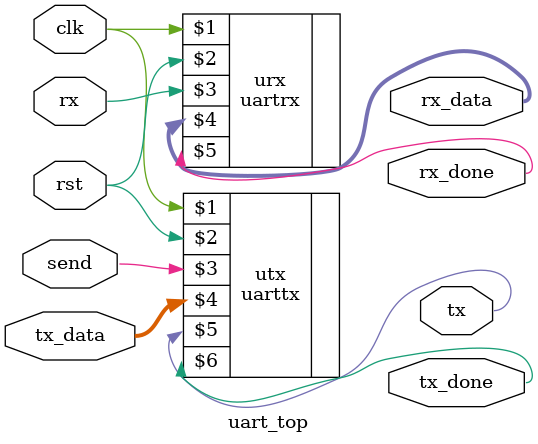
<source format=sv>
module uart_top
#(
  parameter clk_freq = 1000000,  //On-board clk frequancy
  parameter baud_rate = 9600    //User-defined baud_rate
)
  (
    input clk,rst,
    input send,
    input [7:0] tx_data,  //data that is to be transmitted
    input rx,             //Serial reciever
    output [7:0] rx_data, //Data that is recieved
    output tx,            //Serial transmitter
    output tx_done, rx_done //Flags
  );
  
  uarttx    //Transmitter module handler
#(
    clk_freq,baud_rate
) utx(clk,rst,send,tx_data,tx,tx_done);
  
  uartrx    //Reciever module handler
#(
  clk_freq,baud_rate
) urx (clk,rst,rx,rx_data,rx_done);
  
endmodule

</source>
